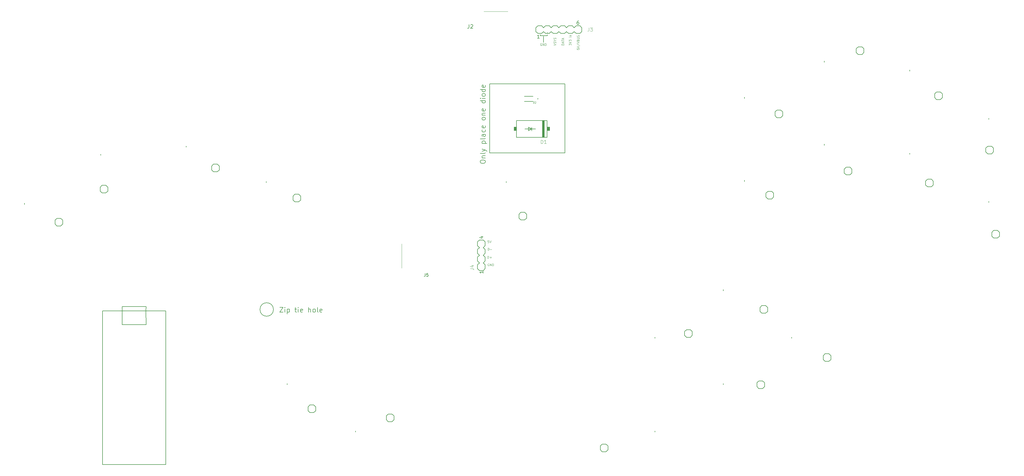
<source format=gbr>
%TF.GenerationSoftware,KiCad,Pcbnew,(6.0.5)*%
%TF.CreationDate,2022-06-18T14:01:59-07:00*%
%TF.ProjectId,OF1 v1,4f463120-7631-42e6-9b69-6361645f7063,rev?*%
%TF.SameCoordinates,Original*%
%TF.FileFunction,Legend,Top*%
%TF.FilePolarity,Positive*%
%FSLAX46Y46*%
G04 Gerber Fmt 4.6, Leading zero omitted, Abs format (unit mm)*
G04 Created by KiCad (PCBNEW (6.0.5)) date 2022-06-18 14:01:59*
%MOMM*%
%LPD*%
G01*
G04 APERTURE LIST*
%ADD10C,0.142240*%
%ADD11C,0.200000*%
%ADD12C,0.065024*%
%ADD13C,0.114300*%
%ADD14C,0.150000*%
%ADD15C,0.127000*%
%ADD16C,0.044941*%
%ADD17C,0.152400*%
%ADD18C,0.020000*%
%ADD19C,0.120000*%
G04 APERTURE END LIST*
D10*
X142423206Y-76784536D02*
X142423206Y-76472962D01*
X142501100Y-76317176D01*
X142656886Y-76161389D01*
X142968460Y-76083496D01*
X143513713Y-76083496D01*
X143825286Y-76161389D01*
X143981073Y-76317176D01*
X144058966Y-76472962D01*
X144058966Y-76784536D01*
X143981073Y-76940322D01*
X143825286Y-77096109D01*
X143513713Y-77174002D01*
X142968460Y-77174002D01*
X142656886Y-77096109D01*
X142501100Y-76940322D01*
X142423206Y-76784536D01*
X142968460Y-75382456D02*
X144058966Y-75382456D01*
X143124246Y-75382456D02*
X143046353Y-75304562D01*
X142968460Y-75148776D01*
X142968460Y-74915096D01*
X143046353Y-74759309D01*
X143202140Y-74681416D01*
X144058966Y-74681416D01*
X144058966Y-73668802D02*
X143981073Y-73824589D01*
X143825286Y-73902482D01*
X142423206Y-73902482D01*
X142968460Y-73201442D02*
X144058966Y-72811976D01*
X142968460Y-72422509D02*
X144058966Y-72811976D01*
X144448433Y-72967762D01*
X144526326Y-73045656D01*
X144604220Y-73201442D01*
X142968460Y-70553069D02*
X144604220Y-70553069D01*
X143046353Y-70553069D02*
X142968460Y-70397282D01*
X142968460Y-70085709D01*
X143046353Y-69929922D01*
X143124246Y-69852029D01*
X143280033Y-69774136D01*
X143747393Y-69774136D01*
X143903180Y-69852029D01*
X143981073Y-69929922D01*
X144058966Y-70085709D01*
X144058966Y-70397282D01*
X143981073Y-70553069D01*
X144058966Y-68839416D02*
X143981073Y-68995202D01*
X143825286Y-69073096D01*
X142423206Y-69073096D01*
X144058966Y-67515229D02*
X143202140Y-67515229D01*
X143046353Y-67593122D01*
X142968460Y-67748909D01*
X142968460Y-68060482D01*
X143046353Y-68216269D01*
X143981073Y-67515229D02*
X144058966Y-67671016D01*
X144058966Y-68060482D01*
X143981073Y-68216269D01*
X143825286Y-68294162D01*
X143669500Y-68294162D01*
X143513713Y-68216269D01*
X143435820Y-68060482D01*
X143435820Y-67671016D01*
X143357926Y-67515229D01*
X143981073Y-66035256D02*
X144058966Y-66191042D01*
X144058966Y-66502616D01*
X143981073Y-66658402D01*
X143903180Y-66736296D01*
X143747393Y-66814189D01*
X143280033Y-66814189D01*
X143124246Y-66736296D01*
X143046353Y-66658402D01*
X142968460Y-66502616D01*
X142968460Y-66191042D01*
X143046353Y-66035256D01*
X143981073Y-64711069D02*
X144058966Y-64866856D01*
X144058966Y-65178429D01*
X143981073Y-65334216D01*
X143825286Y-65412109D01*
X143202140Y-65412109D01*
X143046353Y-65334216D01*
X142968460Y-65178429D01*
X142968460Y-64866856D01*
X143046353Y-64711069D01*
X143202140Y-64633176D01*
X143357926Y-64633176D01*
X143513713Y-65412109D01*
X144058966Y-62452162D02*
X143981073Y-62607949D01*
X143903180Y-62685842D01*
X143747393Y-62763736D01*
X143280033Y-62763736D01*
X143124246Y-62685842D01*
X143046353Y-62607949D01*
X142968460Y-62452162D01*
X142968460Y-62218482D01*
X143046353Y-62062696D01*
X143124246Y-61984802D01*
X143280033Y-61906909D01*
X143747393Y-61906909D01*
X143903180Y-61984802D01*
X143981073Y-62062696D01*
X144058966Y-62218482D01*
X144058966Y-62452162D01*
X142968460Y-61205869D02*
X144058966Y-61205869D01*
X143124246Y-61205869D02*
X143046353Y-61127976D01*
X142968460Y-60972189D01*
X142968460Y-60738509D01*
X143046353Y-60582722D01*
X143202140Y-60504829D01*
X144058966Y-60504829D01*
X143981073Y-59102749D02*
X144058966Y-59258536D01*
X144058966Y-59570109D01*
X143981073Y-59725896D01*
X143825286Y-59803789D01*
X143202140Y-59803789D01*
X143046353Y-59725896D01*
X142968460Y-59570109D01*
X142968460Y-59258536D01*
X143046353Y-59102749D01*
X143202140Y-59024856D01*
X143357926Y-59024856D01*
X143513713Y-59803789D01*
X144058966Y-56376482D02*
X142423206Y-56376482D01*
X143981073Y-56376482D02*
X144058966Y-56532269D01*
X144058966Y-56843842D01*
X143981073Y-56999629D01*
X143903180Y-57077522D01*
X143747393Y-57155416D01*
X143280033Y-57155416D01*
X143124246Y-57077522D01*
X143046353Y-56999629D01*
X142968460Y-56843842D01*
X142968460Y-56532269D01*
X143046353Y-56376482D01*
X144058966Y-55597549D02*
X142968460Y-55597549D01*
X142423206Y-55597549D02*
X142501100Y-55675442D01*
X142578993Y-55597549D01*
X142501100Y-55519656D01*
X142423206Y-55597549D01*
X142578993Y-55597549D01*
X144058966Y-54584936D02*
X143981073Y-54740722D01*
X143903180Y-54818616D01*
X143747393Y-54896509D01*
X143280033Y-54896509D01*
X143124246Y-54818616D01*
X143046353Y-54740722D01*
X142968460Y-54584936D01*
X142968460Y-54351256D01*
X143046353Y-54195469D01*
X143124246Y-54117576D01*
X143280033Y-54039682D01*
X143747393Y-54039682D01*
X143903180Y-54117576D01*
X143981073Y-54195469D01*
X144058966Y-54351256D01*
X144058966Y-54584936D01*
X144058966Y-52637602D02*
X142423206Y-52637602D01*
X143981073Y-52637602D02*
X144058966Y-52793389D01*
X144058966Y-53104962D01*
X143981073Y-53260749D01*
X143903180Y-53338642D01*
X143747393Y-53416536D01*
X143280033Y-53416536D01*
X143124246Y-53338642D01*
X143046353Y-53260749D01*
X142968460Y-53104962D01*
X142968460Y-52793389D01*
X143046353Y-52637602D01*
X143981073Y-51235522D02*
X144058966Y-51391309D01*
X144058966Y-51702882D01*
X143981073Y-51858669D01*
X143825286Y-51936562D01*
X143202140Y-51936562D01*
X143046353Y-51858669D01*
X142968460Y-51702882D01*
X142968460Y-51391309D01*
X143046353Y-51235522D01*
X143202140Y-51157629D01*
X143357926Y-51157629D01*
X143513713Y-51936562D01*
D11*
X145501100Y-73753600D02*
X145501100Y-50753600D01*
X145501100Y-50753600D02*
X170501100Y-50753600D01*
X170501100Y-50753600D02*
X170501100Y-73753600D01*
X170501100Y-73753600D02*
X145501100Y-73753600D01*
D12*
X162761989Y-37352224D02*
X162690772Y-37316615D01*
X162583947Y-37316615D01*
X162477122Y-37352224D01*
X162405905Y-37423440D01*
X162370297Y-37494657D01*
X162334689Y-37637091D01*
X162334689Y-37743916D01*
X162370297Y-37886349D01*
X162405905Y-37957566D01*
X162477122Y-38028783D01*
X162583947Y-38064391D01*
X162655164Y-38064391D01*
X162761989Y-38028783D01*
X162797598Y-37993174D01*
X162797598Y-37743916D01*
X162655164Y-37743916D01*
X163118073Y-38064391D02*
X163118073Y-37316615D01*
X163545374Y-38064391D01*
X163545374Y-37316615D01*
X163901457Y-38064391D02*
X163901457Y-37316615D01*
X164079499Y-37316615D01*
X164186324Y-37352224D01*
X164257541Y-37423440D01*
X164293150Y-37494657D01*
X164328758Y-37637091D01*
X164328758Y-37743916D01*
X164293150Y-37886349D01*
X164257541Y-37957566D01*
X164186324Y-38028783D01*
X164079499Y-38064391D01*
X163901457Y-38064391D01*
D11*
X162272621Y-34378054D02*
X162272621Y-34801935D01*
X162272621Y-34794232D02*
X164674246Y-34794232D01*
X164706284Y-33815094D02*
X164690587Y-33799397D01*
X164691100Y-34802747D02*
X164691100Y-34410263D01*
X163421272Y-34948854D02*
X163421272Y-36958357D01*
D12*
X166804315Y-37986517D02*
X167552091Y-37737258D01*
X166804315Y-37488000D01*
X167516483Y-37274350D02*
X167552091Y-37167524D01*
X167552091Y-36989482D01*
X167516483Y-36918266D01*
X167480874Y-36882657D01*
X167409658Y-36847049D01*
X167338441Y-36847049D01*
X167267224Y-36882657D01*
X167231616Y-36918266D01*
X167196007Y-36989482D01*
X167160399Y-37131916D01*
X167124791Y-37203133D01*
X167089182Y-37238741D01*
X167017965Y-37274350D01*
X166946749Y-37274350D01*
X166875532Y-37238741D01*
X166839924Y-37203133D01*
X166804315Y-37131916D01*
X166804315Y-36953874D01*
X166839924Y-36847049D01*
X167196007Y-36384140D02*
X167552091Y-36384140D01*
X166804315Y-36633399D02*
X167196007Y-36384140D01*
X166804315Y-36134881D01*
X167516483Y-35921231D02*
X167552091Y-35814406D01*
X167552091Y-35636364D01*
X167516483Y-35565147D01*
X167480874Y-35529539D01*
X167409658Y-35493930D01*
X167338441Y-35493930D01*
X167267224Y-35529539D01*
X167231616Y-35565147D01*
X167196007Y-35636364D01*
X167160399Y-35778798D01*
X167124791Y-35850014D01*
X167089182Y-35885623D01*
X167017965Y-35921231D01*
X166946749Y-35921231D01*
X166875532Y-35885623D01*
X166839924Y-35850014D01*
X166804315Y-35778798D01*
X166804315Y-35600756D01*
X166839924Y-35493930D01*
X170164591Y-37879692D02*
X169416815Y-37879692D01*
X169416815Y-37701650D01*
X169452424Y-37594825D01*
X169523640Y-37523608D01*
X169594857Y-37488000D01*
X169737291Y-37452391D01*
X169844116Y-37452391D01*
X169986549Y-37488000D01*
X170057766Y-37523608D01*
X170128983Y-37594825D01*
X170164591Y-37701650D01*
X170164591Y-37879692D01*
X169950941Y-37167524D02*
X169950941Y-36811441D01*
X170164591Y-37238741D02*
X169416815Y-36989482D01*
X170164591Y-36740224D01*
X169416815Y-36597790D02*
X169416815Y-36170490D01*
X170164591Y-36384140D02*
X169416815Y-36384140D01*
X169950941Y-35956839D02*
X169950941Y-35600756D01*
X170164591Y-36028056D02*
X169416815Y-35778798D01*
X170164591Y-35529539D01*
X171849836Y-37950909D02*
X171849836Y-37488000D01*
X172134703Y-37737258D01*
X172134703Y-37630433D01*
X172170312Y-37559217D01*
X172205920Y-37523608D01*
X172277137Y-37488000D01*
X172455179Y-37488000D01*
X172526395Y-37523608D01*
X172562004Y-37559217D01*
X172597612Y-37630433D01*
X172597612Y-37844084D01*
X172562004Y-37915300D01*
X172526395Y-37950909D01*
X171849836Y-37274350D02*
X172597612Y-37025091D01*
X171849836Y-36775832D01*
X171849836Y-36597790D02*
X171849836Y-36134881D01*
X172134703Y-36384140D01*
X172134703Y-36277315D01*
X172170312Y-36206098D01*
X172205920Y-36170490D01*
X172277137Y-36134881D01*
X172455179Y-36134881D01*
X172526395Y-36170490D01*
X172562004Y-36206098D01*
X172597612Y-36277315D01*
X172597612Y-36490965D01*
X172562004Y-36562182D01*
X172526395Y-36597790D01*
X172597612Y-35244672D02*
X172099095Y-35244672D01*
X171849836Y-35244672D02*
X171885445Y-35280280D01*
X171921053Y-35244672D01*
X171885445Y-35209063D01*
X171849836Y-35244672D01*
X171921053Y-35244672D01*
X172099095Y-34888588D02*
X172597612Y-34888588D01*
X172170312Y-34888588D02*
X172134703Y-34852980D01*
X172099095Y-34781763D01*
X172099095Y-34674938D01*
X172134703Y-34603721D01*
X172205920Y-34568113D01*
X172597612Y-34568113D01*
X174512501Y-39002948D02*
X174512501Y-39359032D01*
X174868585Y-39394640D01*
X174832977Y-39359032D01*
X174797368Y-39287815D01*
X174797368Y-39109773D01*
X174832977Y-39038557D01*
X174868585Y-39002948D01*
X174939802Y-38967340D01*
X175117844Y-38967340D01*
X175189060Y-39002948D01*
X175224669Y-39038557D01*
X175260277Y-39109773D01*
X175260277Y-39287815D01*
X175224669Y-39359032D01*
X175189060Y-39394640D01*
X174512501Y-38753690D02*
X175260277Y-38504431D01*
X174512501Y-38255172D01*
X174476893Y-37471788D02*
X175438319Y-38112739D01*
X174512501Y-37329354D02*
X175260277Y-37080096D01*
X174512501Y-36830837D01*
X174868585Y-36332320D02*
X174904193Y-36225494D01*
X174939802Y-36189886D01*
X175011018Y-36154278D01*
X175117844Y-36154278D01*
X175189060Y-36189886D01*
X175224669Y-36225494D01*
X175260277Y-36296711D01*
X175260277Y-36581578D01*
X174512501Y-36581578D01*
X174512501Y-36332320D01*
X174548110Y-36261103D01*
X174583718Y-36225494D01*
X174654935Y-36189886D01*
X174726151Y-36189886D01*
X174797368Y-36225494D01*
X174832977Y-36261103D01*
X174868585Y-36332320D01*
X174868585Y-36581578D01*
X174512501Y-35833802D02*
X175117844Y-35833802D01*
X175189060Y-35798194D01*
X175224669Y-35762586D01*
X175260277Y-35691369D01*
X175260277Y-35548935D01*
X175224669Y-35477718D01*
X175189060Y-35442110D01*
X175117844Y-35406502D01*
X174512501Y-35406502D01*
X175224669Y-35086026D02*
X175260277Y-34979201D01*
X175260277Y-34801159D01*
X175224669Y-34729942D01*
X175189060Y-34694334D01*
X175117844Y-34658726D01*
X175046627Y-34658726D01*
X174975410Y-34694334D01*
X174939802Y-34729942D01*
X174904193Y-34801159D01*
X174868585Y-34943593D01*
X174832977Y-35014810D01*
X174797368Y-35050418D01*
X174726151Y-35086026D01*
X174654935Y-35086026D01*
X174583718Y-35050418D01*
X174548110Y-35014810D01*
X174512501Y-34943593D01*
X174512501Y-34765551D01*
X174548110Y-34658726D01*
X145246109Y-102848340D02*
X144890025Y-102848340D01*
X144854417Y-103204424D01*
X144890025Y-103168816D01*
X144961242Y-103133207D01*
X145139284Y-103133207D01*
X145210500Y-103168816D01*
X145246109Y-103204424D01*
X145281717Y-103275641D01*
X145281717Y-103453683D01*
X145246109Y-103524899D01*
X145210500Y-103560508D01*
X145139284Y-103596116D01*
X144961242Y-103596116D01*
X144890025Y-103560508D01*
X144854417Y-103524899D01*
X145495367Y-102848340D02*
X145744626Y-103596116D01*
X145993885Y-102848340D01*
X144898153Y-106074316D02*
X144898153Y-105326540D01*
X145076195Y-105326540D01*
X145183020Y-105362149D01*
X145254237Y-105433365D01*
X145289845Y-105504582D01*
X145325454Y-105647016D01*
X145325454Y-105753841D01*
X145289845Y-105896274D01*
X145254237Y-105967491D01*
X145183020Y-106038708D01*
X145076195Y-106074316D01*
X144898153Y-106074316D01*
X145645929Y-105789449D02*
X146215663Y-105789449D01*
X144833516Y-108739604D02*
X144833516Y-107991828D01*
X145011558Y-107991828D01*
X145118383Y-108027437D01*
X145189600Y-108098653D01*
X145225208Y-108169870D01*
X145260817Y-108312304D01*
X145260817Y-108419129D01*
X145225208Y-108561562D01*
X145189600Y-108632779D01*
X145118383Y-108703996D01*
X145011558Y-108739604D01*
X144833516Y-108739604D01*
X145581292Y-108454737D02*
X146151026Y-108454737D01*
X145866159Y-108739604D02*
X145866159Y-108169870D01*
X145262880Y-110552081D02*
X145191663Y-110516472D01*
X145084838Y-110516472D01*
X144978013Y-110552081D01*
X144906796Y-110623297D01*
X144871188Y-110694514D01*
X144835580Y-110836948D01*
X144835580Y-110943773D01*
X144871188Y-111086206D01*
X144906796Y-111157423D01*
X144978013Y-111228640D01*
X145084838Y-111264248D01*
X145156055Y-111264248D01*
X145262880Y-111228640D01*
X145298489Y-111193031D01*
X145298489Y-110943773D01*
X145156055Y-110943773D01*
X145618964Y-111264248D02*
X145618964Y-110516472D01*
X146046265Y-111264248D01*
X146046265Y-110516472D01*
X146402348Y-111264248D02*
X146402348Y-110516472D01*
X146580390Y-110516472D01*
X146687215Y-110552081D01*
X146758432Y-110623297D01*
X146794041Y-110694514D01*
X146829649Y-110836948D01*
X146829649Y-110943773D01*
X146794041Y-111086206D01*
X146758432Y-111157423D01*
X146687215Y-111228640D01*
X146580390Y-111264248D01*
X146402348Y-111264248D01*
D11*
X73737165Y-125753600D02*
G75*
G03*
X73737165Y-125753600I-2236065J0D01*
G01*
D10*
X75827236Y-125039946D02*
X76917742Y-125039946D01*
X75827236Y-126675706D01*
X76917742Y-126675706D01*
X77540889Y-126675706D02*
X77540889Y-125585200D01*
X77540889Y-125039946D02*
X77462996Y-125117840D01*
X77540889Y-125195733D01*
X77618782Y-125117840D01*
X77540889Y-125039946D01*
X77540889Y-125195733D01*
X78319822Y-125585200D02*
X78319822Y-127220960D01*
X78319822Y-125663093D02*
X78475609Y-125585200D01*
X78787182Y-125585200D01*
X78942969Y-125663093D01*
X79020862Y-125740986D01*
X79098756Y-125896773D01*
X79098756Y-126364133D01*
X79020862Y-126519920D01*
X78942969Y-126597813D01*
X78787182Y-126675706D01*
X78475609Y-126675706D01*
X78319822Y-126597813D01*
X80812409Y-125585200D02*
X81435556Y-125585200D01*
X81046089Y-125039946D02*
X81046089Y-126442026D01*
X81123982Y-126597813D01*
X81279769Y-126675706D01*
X81435556Y-126675706D01*
X81980809Y-126675706D02*
X81980809Y-125585200D01*
X81980809Y-125039946D02*
X81902916Y-125117840D01*
X81980809Y-125195733D01*
X82058702Y-125117840D01*
X81980809Y-125039946D01*
X81980809Y-125195733D01*
X83382889Y-126597813D02*
X83227102Y-126675706D01*
X82915529Y-126675706D01*
X82759742Y-126597813D01*
X82681849Y-126442026D01*
X82681849Y-125818880D01*
X82759742Y-125663093D01*
X82915529Y-125585200D01*
X83227102Y-125585200D01*
X83382889Y-125663093D01*
X83460782Y-125818880D01*
X83460782Y-125974666D01*
X82681849Y-126130453D01*
X85408116Y-126675706D02*
X85408116Y-125039946D01*
X86109156Y-126675706D02*
X86109156Y-125818880D01*
X86031262Y-125663093D01*
X85875476Y-125585200D01*
X85641796Y-125585200D01*
X85486009Y-125663093D01*
X85408116Y-125740986D01*
X87121769Y-126675706D02*
X86965982Y-126597813D01*
X86888089Y-126519920D01*
X86810196Y-126364133D01*
X86810196Y-125896773D01*
X86888089Y-125740986D01*
X86965982Y-125663093D01*
X87121769Y-125585200D01*
X87355449Y-125585200D01*
X87511236Y-125663093D01*
X87589129Y-125740986D01*
X87667022Y-125896773D01*
X87667022Y-126364133D01*
X87589129Y-126519920D01*
X87511236Y-126597813D01*
X87355449Y-126675706D01*
X87121769Y-126675706D01*
X88601742Y-126675706D02*
X88445956Y-126597813D01*
X88368062Y-126442026D01*
X88368062Y-125039946D01*
X89848036Y-126597813D02*
X89692249Y-126675706D01*
X89380676Y-126675706D01*
X89224889Y-126597813D01*
X89146996Y-126442026D01*
X89146996Y-125818880D01*
X89224889Y-125663093D01*
X89380676Y-125585200D01*
X89692249Y-125585200D01*
X89848036Y-125663093D01*
X89925929Y-125818880D01*
X89925929Y-125974666D01*
X89146996Y-126130453D01*
D13*
%TO.C,D1*%
X162525605Y-70609819D02*
X162525605Y-69454119D01*
X162800771Y-69454119D01*
X162965871Y-69509153D01*
X163075938Y-69619219D01*
X163130971Y-69729286D01*
X163186005Y-69949419D01*
X163186005Y-70114519D01*
X163130971Y-70334653D01*
X163075938Y-70444719D01*
X162965871Y-70554786D01*
X162800771Y-70609819D01*
X162525605Y-70609819D01*
X164286671Y-70609819D02*
X163626271Y-70609819D01*
X163956471Y-70609819D02*
X163956471Y-69454119D01*
X163846405Y-69619219D01*
X163736338Y-69729286D01*
X163626271Y-69784319D01*
D14*
%TO.C,J5*%
X124126666Y-113752380D02*
X124126666Y-114466666D01*
X124079047Y-114609523D01*
X123983809Y-114704761D01*
X123840952Y-114752380D01*
X123745714Y-114752380D01*
X125079047Y-113752380D02*
X124602857Y-113752380D01*
X124555238Y-114228571D01*
X124602857Y-114180952D01*
X124698095Y-114133333D01*
X124936190Y-114133333D01*
X125031428Y-114180952D01*
X125079047Y-114228571D01*
X125126666Y-114323809D01*
X125126666Y-114561904D01*
X125079047Y-114657142D01*
X125031428Y-114704761D01*
X124936190Y-114752380D01*
X124698095Y-114752380D01*
X124602857Y-114704761D01*
X124555238Y-114657142D01*
%TO.C,J2*%
X138677552Y-31086422D02*
X138677552Y-31993565D01*
X138617076Y-32174994D01*
X138496124Y-32295946D01*
X138314695Y-32356422D01*
X138193743Y-32356422D01*
X139221838Y-31207375D02*
X139282314Y-31146899D01*
X139403266Y-31086422D01*
X139705647Y-31086422D01*
X139826600Y-31146899D01*
X139887076Y-31207375D01*
X139947552Y-31328327D01*
X139947552Y-31449279D01*
X139887076Y-31630708D01*
X139161362Y-32356422D01*
X139947552Y-32356422D01*
%TO.C,@HOLE0*%
%TO.C,@HOLE1*%
%TO.C,@HOLE2*%
%TO.C,@HOLE3*%
%TO.C,@HOLE4*%
%TO.C,@HOLE5*%
%TO.C,@HOLE6*%
%TO.C,@HOLE7*%
%TO.C,@HOLE8*%
%TO.C,@HOLE9*%
%TO.C,@HOLE10*%
%TO.C,@HOLE11*%
%TO.C,@HOLE12*%
%TO.C,@HOLE13*%
%TO.C,@HOLE14*%
%TO.C,@HOLE15*%
%TO.C,@HOLE16*%
D13*
%TO.C,J3*%
X178479661Y-32120716D02*
X178479661Y-32946216D01*
X178424628Y-33111316D01*
X178314561Y-33221383D01*
X178149461Y-33276416D01*
X178039395Y-33276416D01*
X178919928Y-32120716D02*
X179635361Y-32120716D01*
X179250128Y-32560983D01*
X179415228Y-32560983D01*
X179525295Y-32616016D01*
X179580328Y-32671050D01*
X179635361Y-32781116D01*
X179635361Y-33056283D01*
X179580328Y-33166350D01*
X179525295Y-33221383D01*
X179415228Y-33276416D01*
X179085028Y-33276416D01*
X178974961Y-33221383D01*
X178919928Y-33166350D01*
D15*
X175060650Y-29905171D02*
X174842935Y-29905171D01*
X174734078Y-29959600D01*
X174679650Y-30014028D01*
X174570792Y-30177314D01*
X174516364Y-30395028D01*
X174516364Y-30830457D01*
X174570792Y-30939314D01*
X174625221Y-30993742D01*
X174734078Y-31048171D01*
X174951792Y-31048171D01*
X175060650Y-30993742D01*
X175115078Y-30939314D01*
X175169507Y-30830457D01*
X175169507Y-30558314D01*
X175115078Y-30449457D01*
X175060650Y-30395028D01*
X174951792Y-30340600D01*
X174734078Y-30340600D01*
X174625221Y-30395028D01*
X174570792Y-30449457D01*
X174516364Y-30558314D01*
X162053522Y-35631815D02*
X161400379Y-35631815D01*
X161726950Y-35631815D02*
X161726950Y-34488815D01*
X161618093Y-34652101D01*
X161509236Y-34760958D01*
X161400379Y-34815386D01*
D16*
%TO.C,D2*%
X160006329Y-57261591D02*
X160006329Y-56695917D01*
X160141013Y-56695917D01*
X160221824Y-56722854D01*
X160275698Y-56776727D01*
X160302634Y-56830601D01*
X160329571Y-56938348D01*
X160329571Y-57019159D01*
X160302634Y-57126906D01*
X160275698Y-57180780D01*
X160221824Y-57234654D01*
X160141013Y-57261591D01*
X160006329Y-57261591D01*
X160545066Y-56749790D02*
X160572003Y-56722854D01*
X160625877Y-56695917D01*
X160760561Y-56695917D01*
X160814435Y-56722854D01*
X160841372Y-56749790D01*
X160868308Y-56803664D01*
X160868308Y-56857538D01*
X160841372Y-56938348D01*
X160518129Y-57261591D01*
X160868308Y-57261591D01*
D13*
%TO.C,J4*%
X139067116Y-112153938D02*
X139892616Y-112153938D01*
X140057716Y-112208971D01*
X140167783Y-112319038D01*
X140222816Y-112484138D01*
X140222816Y-112594205D01*
X139452350Y-111108305D02*
X140222816Y-111108305D01*
X139012083Y-111383471D02*
X139837583Y-111658638D01*
X139837583Y-110943205D01*
D15*
X142563636Y-101575050D02*
X143325636Y-101575050D01*
X142128207Y-101847192D02*
X142944636Y-102119335D01*
X142944636Y-101411764D01*
X143325636Y-113023192D02*
X143325636Y-113676335D01*
X143325636Y-113349764D02*
X142182636Y-113349764D01*
X142345922Y-113458621D01*
X142454779Y-113567478D01*
X142509207Y-113676335D01*
%TO.C,D1*%
G36*
X154421100Y-66388600D02*
G01*
X153532100Y-66388600D01*
X153532100Y-65118600D01*
X154421100Y-65118600D01*
X154421100Y-66388600D01*
G37*
G36*
X165470100Y-66388600D02*
G01*
X164581100Y-66388600D01*
X164581100Y-65118600D01*
X165470100Y-65118600D01*
X165470100Y-66388600D01*
G37*
G36*
X163692100Y-68547600D02*
G01*
X162930100Y-68547600D01*
X162930100Y-62959600D01*
X163692100Y-62959600D01*
X163692100Y-68547600D01*
G37*
D17*
X154421100Y-62959600D02*
X164581100Y-62959600D01*
X164581100Y-68547600D02*
X154421100Y-68547600D01*
X154421100Y-68547600D02*
X154421100Y-62959600D01*
X164581100Y-62959600D02*
X164581100Y-68547600D01*
X159501100Y-65753600D02*
X159501100Y-65169400D01*
X159501100Y-65753600D02*
X157215100Y-65753600D01*
X158358100Y-65169400D02*
X159501100Y-65753600D01*
X158358100Y-66337800D02*
X158358100Y-65169400D01*
X159501100Y-65753600D02*
X158358100Y-66337800D01*
X159501100Y-66337800D02*
X159501100Y-65753600D01*
X160771100Y-65753600D02*
X159501100Y-65753600D01*
D18*
%TO.C,J5*%
X116299393Y-103971075D02*
X116299393Y-111971075D01*
D19*
%TO.C,J2*%
X151568981Y-26753600D02*
X143568981Y-26753600D01*
D15*
%TO.C,U$1*%
X-8874900Y-90433600D02*
X-8874900Y-90814600D01*
%TO.C,U$10*%
X256645100Y-43188600D02*
X256645100Y-43569600D01*
%TO.C,U$11*%
X285000100Y-46163600D02*
X285000100Y-46544600D01*
%TO.C,U$12*%
X311223100Y-62199600D02*
X311223100Y-62580600D01*
%TO.C,U$13*%
X230127100Y-82793600D02*
X230127100Y-83174600D01*
%TO.C,U$14*%
X256645100Y-70798600D02*
X256645100Y-71179600D01*
%TO.C,U$15*%
X285000100Y-73773600D02*
X285000100Y-74154600D01*
%TO.C,U$16*%
X311223100Y-89809600D02*
X311223100Y-90190600D01*
%TO.C,U$17*%
X223112100Y-119133600D02*
X223112100Y-119514600D01*
%TO.C,U$18*%
X200425100Y-134903600D02*
X200425100Y-135284600D01*
%TO.C,U$19*%
X245769100Y-134903600D02*
X245769100Y-135284600D01*
%TO.C,U$2*%
X16405100Y-74130600D02*
X16405100Y-74511600D01*
%TO.C,U$20*%
X223112100Y-150318600D02*
X223112100Y-150699600D01*
%TO.C,U$21*%
X200425100Y-166088600D02*
X200425100Y-166469600D01*
%TO.C,U$4*%
X44761100Y-71404600D02*
X44761100Y-71785600D01*
%TO.C,U$5*%
X71333100Y-83167600D02*
X71333100Y-83548600D01*
%TO.C,U$6*%
X78292100Y-150318600D02*
X78292100Y-150699600D01*
%TO.C,U$7*%
X100980100Y-166087600D02*
X100980100Y-166468600D01*
%TO.C,U$8*%
X151065100Y-83167600D02*
X151065100Y-83548600D01*
%TO.C,U$9*%
X230127100Y-55184600D02*
X230127100Y-55565600D01*
D17*
%TO.C,JP2*%
X3136100Y-98023600D02*
X1866100Y-98023600D01*
X1231100Y-97388600D02*
X1866100Y-98023600D01*
X1866100Y-95483600D02*
X1231100Y-96118600D01*
X1231100Y-96118600D02*
X1231100Y-97388600D01*
X3771100Y-97388600D02*
X3136100Y-98023600D01*
X3771100Y-96118600D02*
X3771100Y-97388600D01*
X3136100Y-95483600D02*
X3771100Y-96118600D01*
X1866100Y-95483600D02*
X3136100Y-95483600D01*
%TO.C,JP3*%
X18136100Y-87023600D02*
X16866100Y-87023600D01*
X16231100Y-86388600D02*
X16866100Y-87023600D01*
X16866100Y-84483600D02*
X16231100Y-85118600D01*
X16231100Y-85118600D02*
X16231100Y-86388600D01*
X18771100Y-86388600D02*
X18136100Y-87023600D01*
X18771100Y-85118600D02*
X18771100Y-86388600D01*
X18136100Y-84483600D02*
X18771100Y-85118600D01*
X16866100Y-84483600D02*
X18136100Y-84483600D01*
%TO.C,JP4*%
X55136100Y-80023600D02*
X53866100Y-80023600D01*
X53231100Y-79388600D02*
X53866100Y-80023600D01*
X53866100Y-77483600D02*
X53231100Y-78118600D01*
X53231100Y-78118600D02*
X53231100Y-79388600D01*
X55771100Y-79388600D02*
X55136100Y-80023600D01*
X55771100Y-78118600D02*
X55771100Y-79388600D01*
X55136100Y-77483600D02*
X55771100Y-78118600D01*
X53866100Y-77483600D02*
X55136100Y-77483600D01*
%TO.C,JP5*%
X82136100Y-90023600D02*
X80866100Y-90023600D01*
X80231100Y-89388600D02*
X80866100Y-90023600D01*
X80866100Y-87483600D02*
X80231100Y-88118600D01*
X80231100Y-88118600D02*
X80231100Y-89388600D01*
X82771100Y-89388600D02*
X82136100Y-90023600D01*
X82771100Y-88118600D02*
X82771100Y-89388600D01*
X82136100Y-87483600D02*
X82771100Y-88118600D01*
X80866100Y-87483600D02*
X82136100Y-87483600D01*
%TO.C,JP6*%
X87136100Y-160023600D02*
X85866100Y-160023600D01*
X85231100Y-159388600D02*
X85866100Y-160023600D01*
X85866100Y-157483600D02*
X85231100Y-158118600D01*
X85231100Y-158118600D02*
X85231100Y-159388600D01*
X87771100Y-159388600D02*
X87136100Y-160023600D01*
X87771100Y-158118600D02*
X87771100Y-159388600D01*
X87136100Y-157483600D02*
X87771100Y-158118600D01*
X85866100Y-157483600D02*
X87136100Y-157483600D01*
%TO.C,JP7*%
X113136100Y-163023600D02*
X111866100Y-163023600D01*
X111231100Y-162388600D02*
X111866100Y-163023600D01*
X111866100Y-160483600D02*
X111231100Y-161118600D01*
X111231100Y-161118600D02*
X111231100Y-162388600D01*
X113771100Y-162388600D02*
X113136100Y-163023600D01*
X113771100Y-161118600D02*
X113771100Y-162388600D01*
X113136100Y-160483600D02*
X113771100Y-161118600D01*
X111866100Y-160483600D02*
X113136100Y-160483600D01*
%TO.C,JP8*%
X157136100Y-96023600D02*
X155866100Y-96023600D01*
X155231100Y-95388600D02*
X155866100Y-96023600D01*
X155866100Y-93483600D02*
X155231100Y-94118600D01*
X155231100Y-94118600D02*
X155231100Y-95388600D01*
X157771100Y-95388600D02*
X157136100Y-96023600D01*
X157771100Y-94118600D02*
X157771100Y-95388600D01*
X157136100Y-93483600D02*
X157771100Y-94118600D01*
X155866100Y-93483600D02*
X157136100Y-93483600D01*
%TO.C,JP9*%
X242136100Y-62023600D02*
X240866100Y-62023600D01*
X240231100Y-61388600D02*
X240866100Y-62023600D01*
X240866100Y-59483600D02*
X240231100Y-60118600D01*
X240231100Y-60118600D02*
X240231100Y-61388600D01*
X242771100Y-61388600D02*
X242136100Y-62023600D01*
X242771100Y-60118600D02*
X242771100Y-61388600D01*
X242136100Y-59483600D02*
X242771100Y-60118600D01*
X240866100Y-59483600D02*
X242136100Y-59483600D01*
%TO.C,JP10*%
X239136100Y-89023600D02*
X237866100Y-89023600D01*
X237231100Y-88388600D02*
X237866100Y-89023600D01*
X237866100Y-86483600D02*
X237231100Y-87118600D01*
X237231100Y-87118600D02*
X237231100Y-88388600D01*
X239771100Y-88388600D02*
X239136100Y-89023600D01*
X239771100Y-87118600D02*
X239771100Y-88388600D01*
X239136100Y-86483600D02*
X239771100Y-87118600D01*
X237866100Y-86483600D02*
X239136100Y-86483600D01*
%TO.C,JP11*%
X265136100Y-81023600D02*
X263866100Y-81023600D01*
X263231100Y-80388600D02*
X263866100Y-81023600D01*
X263866100Y-78483600D02*
X263231100Y-79118600D01*
X263231100Y-79118600D02*
X263231100Y-80388600D01*
X265771100Y-80388600D02*
X265136100Y-81023600D01*
X265771100Y-79118600D02*
X265771100Y-80388600D01*
X265136100Y-78483600D02*
X265771100Y-79118600D01*
X263866100Y-78483600D02*
X265136100Y-78483600D01*
%TO.C,JP12*%
X269136100Y-41023600D02*
X267866100Y-41023600D01*
X267231100Y-40388600D02*
X267866100Y-41023600D01*
X267866100Y-38483600D02*
X267231100Y-39118600D01*
X267231100Y-39118600D02*
X267231100Y-40388600D01*
X269771100Y-40388600D02*
X269136100Y-41023600D01*
X269771100Y-39118600D02*
X269771100Y-40388600D01*
X269136100Y-38483600D02*
X269771100Y-39118600D01*
X267866100Y-38483600D02*
X269136100Y-38483600D01*
%TO.C,JP13*%
X295136100Y-56023600D02*
X293866100Y-56023600D01*
X293231100Y-55388600D02*
X293866100Y-56023600D01*
X293866100Y-53483600D02*
X293231100Y-54118600D01*
X293231100Y-54118600D02*
X293231100Y-55388600D01*
X295771100Y-55388600D02*
X295136100Y-56023600D01*
X295771100Y-54118600D02*
X295771100Y-55388600D01*
X295136100Y-53483600D02*
X295771100Y-54118600D01*
X293866100Y-53483600D02*
X295136100Y-53483600D01*
%TO.C,JP14*%
X312136100Y-74023600D02*
X310866100Y-74023600D01*
X310231100Y-73388600D02*
X310866100Y-74023600D01*
X310866100Y-71483600D02*
X310231100Y-72118600D01*
X310231100Y-72118600D02*
X310231100Y-73388600D01*
X312771100Y-73388600D02*
X312136100Y-74023600D01*
X312771100Y-72118600D02*
X312771100Y-73388600D01*
X312136100Y-71483600D02*
X312771100Y-72118600D01*
X310866100Y-71483600D02*
X312136100Y-71483600D01*
%TO.C,JP15*%
X314136100Y-102023600D02*
X312866100Y-102023600D01*
X312231100Y-101388600D02*
X312866100Y-102023600D01*
X312866100Y-99483600D02*
X312231100Y-100118600D01*
X312231100Y-100118600D02*
X312231100Y-101388600D01*
X314771100Y-101388600D02*
X314136100Y-102023600D01*
X314771100Y-100118600D02*
X314771100Y-101388600D01*
X314136100Y-99483600D02*
X314771100Y-100118600D01*
X312866100Y-99483600D02*
X314136100Y-99483600D01*
%TO.C,JP16*%
X292136100Y-85023600D02*
X290866100Y-85023600D01*
X290231100Y-84388600D02*
X290866100Y-85023600D01*
X290866100Y-82483600D02*
X290231100Y-83118600D01*
X290231100Y-83118600D02*
X290231100Y-84388600D01*
X292771100Y-84388600D02*
X292136100Y-85023600D01*
X292771100Y-83118600D02*
X292771100Y-84388600D01*
X292136100Y-82483600D02*
X292771100Y-83118600D01*
X290866100Y-82483600D02*
X292136100Y-82483600D01*
%TO.C,JP17*%
X237136100Y-127023600D02*
X235866100Y-127023600D01*
X235231100Y-126388600D02*
X235866100Y-127023600D01*
X235866100Y-124483600D02*
X235231100Y-125118600D01*
X235231100Y-125118600D02*
X235231100Y-126388600D01*
X237771100Y-126388600D02*
X237136100Y-127023600D01*
X237771100Y-125118600D02*
X237771100Y-126388600D01*
X237136100Y-124483600D02*
X237771100Y-125118600D01*
X235866100Y-124483600D02*
X237136100Y-124483600D01*
%TO.C,JP18*%
X212136100Y-135023600D02*
X210866100Y-135023600D01*
X210231100Y-134388600D02*
X210866100Y-135023600D01*
X210866100Y-132483600D02*
X210231100Y-133118600D01*
X210231100Y-133118600D02*
X210231100Y-134388600D01*
X212771100Y-134388600D02*
X212136100Y-135023600D01*
X212771100Y-133118600D02*
X212771100Y-134388600D01*
X212136100Y-132483600D02*
X212771100Y-133118600D01*
X210866100Y-132483600D02*
X212136100Y-132483600D01*
%TO.C,JP19*%
X258136100Y-143023600D02*
X256866100Y-143023600D01*
X256231100Y-142388600D02*
X256866100Y-143023600D01*
X256866100Y-140483600D02*
X256231100Y-141118600D01*
X256231100Y-141118600D02*
X256231100Y-142388600D01*
X258771100Y-142388600D02*
X258136100Y-143023600D01*
X258771100Y-141118600D02*
X258771100Y-142388600D01*
X258136100Y-140483600D02*
X258771100Y-141118600D01*
X256866100Y-140483600D02*
X258136100Y-140483600D01*
%TO.C,JP20*%
X236136100Y-152023600D02*
X234866100Y-152023600D01*
X234231100Y-151388600D02*
X234866100Y-152023600D01*
X234866100Y-149483600D02*
X234231100Y-150118600D01*
X234231100Y-150118600D02*
X234231100Y-151388600D01*
X236771100Y-151388600D02*
X236136100Y-152023600D01*
X236771100Y-150118600D02*
X236771100Y-151388600D01*
X236136100Y-149483600D02*
X236771100Y-150118600D01*
X234866100Y-149483600D02*
X236136100Y-149483600D01*
%TO.C,JP21*%
X184136100Y-173023600D02*
X182866100Y-173023600D01*
X182231100Y-172388600D02*
X182866100Y-173023600D01*
X182866100Y-170483600D02*
X182231100Y-171118600D01*
X182231100Y-171118600D02*
X182231100Y-172388600D01*
X184771100Y-172388600D02*
X184136100Y-173023600D01*
X184771100Y-171118600D02*
X184771100Y-172388600D01*
X184136100Y-170483600D02*
X184771100Y-171118600D01*
X182866100Y-170483600D02*
X184136100Y-170483600D01*
%TO.C,J3*%
X176121100Y-32118600D02*
X176121100Y-33388600D01*
X174216100Y-34023600D02*
X173581100Y-33388600D01*
X175486100Y-34023600D02*
X174216100Y-34023600D01*
X176121100Y-33388600D02*
X175486100Y-34023600D01*
X175486100Y-31483600D02*
X176121100Y-32118600D01*
X174216100Y-31483600D02*
X175486100Y-31483600D01*
X173581100Y-32118600D02*
X174216100Y-31483600D01*
X170406100Y-34023600D02*
X169136100Y-34023600D01*
X168501100Y-33388600D02*
X169136100Y-34023600D01*
X169136100Y-31483600D02*
X168501100Y-32118600D01*
X171676100Y-34023600D02*
X171041100Y-33388600D01*
X172946100Y-34023600D02*
X171676100Y-34023600D01*
X173581100Y-33388600D02*
X172946100Y-34023600D01*
X172946100Y-31483600D02*
X173581100Y-32118600D01*
X171676100Y-31483600D02*
X172946100Y-31483600D01*
X171041100Y-32118600D02*
X171676100Y-31483600D01*
X171041100Y-33388600D02*
X170406100Y-34023600D01*
X170406100Y-31483600D02*
X171041100Y-32118600D01*
X169136100Y-31483600D02*
X170406100Y-31483600D01*
X166596100Y-34023600D02*
X165961100Y-33388600D01*
X167866100Y-34023600D02*
X166596100Y-34023600D01*
X168501100Y-33388600D02*
X167866100Y-34023600D01*
X167866100Y-31483600D02*
X168501100Y-32118600D01*
X166596100Y-31483600D02*
X167866100Y-31483600D01*
X165961100Y-32118600D02*
X166596100Y-31483600D01*
X162786100Y-34023600D02*
X161516100Y-34023600D01*
X160881100Y-33388600D02*
X161516100Y-34023600D01*
X161516100Y-31483600D02*
X160881100Y-32118600D01*
X160881100Y-32118600D02*
X160881100Y-33388600D01*
X164056100Y-34023600D02*
X163421100Y-33388600D01*
X165326100Y-34023600D02*
X164056100Y-34023600D01*
X165961100Y-33388600D02*
X165326100Y-34023600D01*
X165326100Y-31483600D02*
X165961100Y-32118600D01*
X164056100Y-31483600D02*
X165326100Y-31483600D01*
X163421100Y-32118600D02*
X164056100Y-31483600D01*
X163421100Y-33388600D02*
X162786100Y-34023600D01*
X162786100Y-31483600D02*
X163421100Y-32118600D01*
X161516100Y-31483600D02*
X162786100Y-31483600D01*
D15*
%TO.C,J1*%
X31501100Y-130753600D02*
X31401100Y-126253600D01*
X23501100Y-130753600D02*
X31501100Y-130753600D01*
X23501100Y-126253600D02*
X23501100Y-130753600D01*
X31501100Y-124753600D02*
X31401100Y-126253600D01*
X23501100Y-124753600D02*
X31501100Y-124753600D01*
X23501100Y-126253600D02*
X23501100Y-124753600D01*
X17001100Y-177253600D02*
X17001100Y-126253600D01*
X38001100Y-177253600D02*
X17001100Y-177253600D01*
X38001100Y-126253600D02*
X38001100Y-177253600D01*
X31401100Y-126253600D02*
X38001100Y-126253600D01*
X23501100Y-126253600D02*
X31401100Y-126253600D01*
X17001100Y-126253600D02*
X23501100Y-126253600D01*
D11*
%TO.C,D2*%
X161601100Y-55753600D02*
G75*
G03*
X161601100Y-55753600I-100000J0D01*
G01*
D15*
X159926100Y-56603600D02*
X157076100Y-56603600D01*
X157076100Y-54903600D02*
X159926100Y-54903600D01*
D17*
%TO.C,J4*%
X144015065Y-103308600D02*
X144015065Y-104578600D01*
X143380065Y-105213600D02*
X144015065Y-104578600D01*
X141475065Y-104578600D02*
X142110065Y-105213600D01*
X143380065Y-102673600D02*
X144015065Y-103308600D01*
X142110065Y-102673600D02*
X143380065Y-102673600D01*
X141475065Y-103308600D02*
X142110065Y-102673600D01*
X141475065Y-104578600D02*
X141475065Y-103308600D01*
X144015065Y-107118600D02*
X143380065Y-107753600D01*
X144015065Y-105848600D02*
X144015065Y-107118600D01*
X143380065Y-105213600D02*
X144015065Y-105848600D01*
X141475065Y-105848600D02*
X142110065Y-105213600D01*
X141475065Y-107118600D02*
X141475065Y-105848600D01*
X142110065Y-107753600D02*
X141475065Y-107118600D01*
X144015065Y-110928600D02*
X144015065Y-112198600D01*
X143380065Y-112833600D02*
X144015065Y-112198600D01*
X141475065Y-112198600D02*
X142110065Y-112833600D01*
X142110065Y-112833600D02*
X143380065Y-112833600D01*
X144015065Y-109658600D02*
X143380065Y-110293600D01*
X144015065Y-108388600D02*
X144015065Y-109658600D01*
X143380065Y-107753600D02*
X144015065Y-108388600D01*
X141475065Y-108388600D02*
X142110065Y-107753600D01*
X141475065Y-109658600D02*
X141475065Y-108388600D01*
X142110065Y-110293600D02*
X141475065Y-109658600D01*
X143380065Y-110293600D02*
X144015065Y-110928600D01*
X141475065Y-110928600D02*
X142110065Y-110293600D01*
X141475065Y-112198600D02*
X141475065Y-110928600D01*
%TD*%
M02*

</source>
